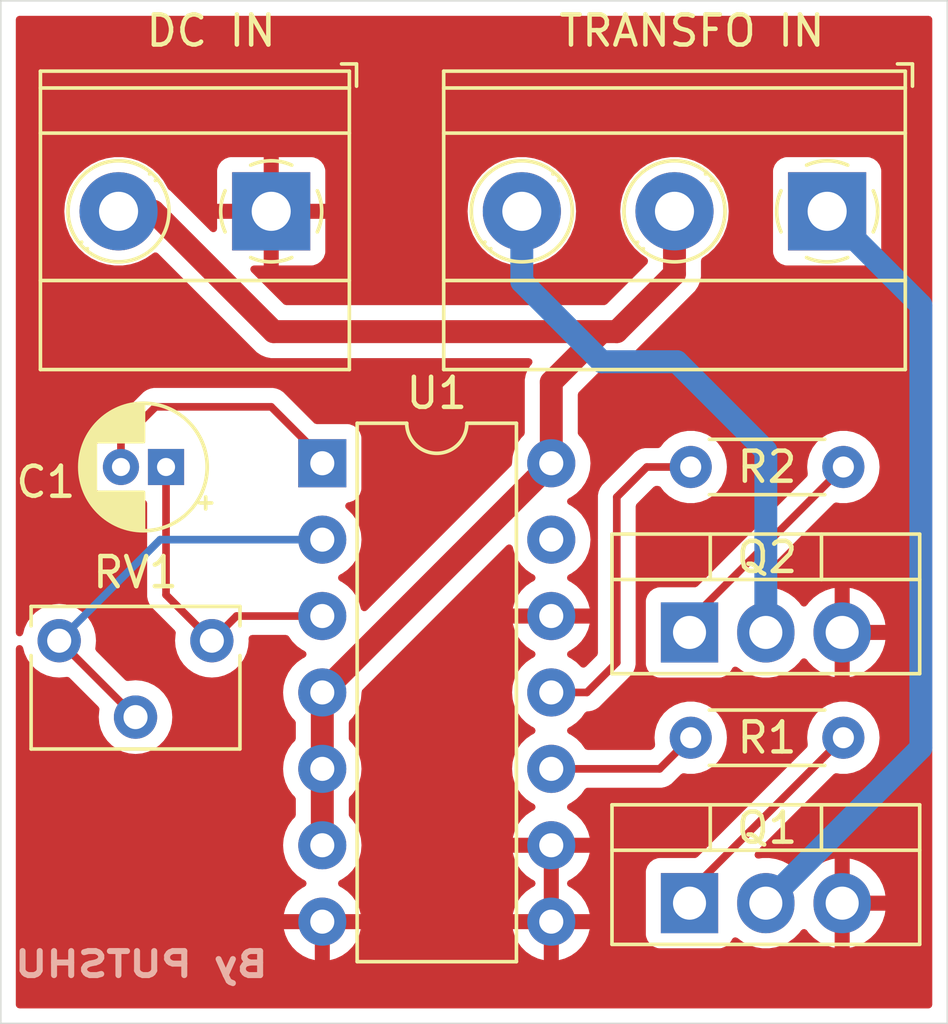
<source format=kicad_pcb>
(kicad_pcb (version 20240108) (generator "pcbnew") (generator_version "8.0")
  (title_block (date "2024-12-29") (rev "v01") (comment 4 "Author: PUTSHU LUNGHE Samuel"))
  (layers (0 "F.Cu" signal) (31 "B.Cu" signal) (34 "B.Paste" user) (35 "F.Paste" user) (36 "B.SilkS" user "B.Silkscreen") (37 "F.SilkS" user "F.Silkscreen") (38 "B.Mask" user) (39 "F.Mask" user) (44 "Edge.Cuts" user))
  (net 0 "")
  (net 1 "Net-(U1-C)")
  (net 2 "Net-(U1-RC_COMMON)")
  (net 3 "Net-(J1-Pin_1)")
  (net 4 "Net-(J1-Pin_3)")
  (net 5 "VCC")
  (net 6 "GND")
  (net 7 "Net-(Q1-G)")
  (net 8 "Net-(Q2-G)")
  (net 9 "Net-(U1-Q)")
  (net 10 "Net-(U1-~{Q})")
  (net 11 "Net-(U1-R)")
  (footprint "Resistor_THT:R_Axial_DIN0204_L3.6mm_D1.6mm_P5.08mm_Horizontal" (layer "F.Cu") (at 145.96 89)
    (property "Reference" "R1" (at 2.54 0 0) (layer "F.SilkS"))
    (property "Value" "100" (hide yes))
    (fp_line (start 0.62 -0.92) (end 4.46 -0.92) (stroke (width 0.12)) (layer "F.SilkS"))
    (fp_line (start 0.62 0.92) (end 4.46 0.92) (stroke (width 0.12)) (layer "F.SilkS"))
    (pad "1" thru_hole circle (at 0 0) (size 1.4 1.4) (drill 0.7) (layers "*.Cu" "*.Mask") (net 9 "Net-(U1-Q)"))
    (pad "2" thru_hole oval (at 5.08 0) (size 1.4 1.4) (drill 0.7) (layers "*.Cu" "*.Mask") (net 7 "Net-(Q1-G)"))
  )
  (footprint "Resistor_THT:R_Axial_DIN0204_L3.6mm_D1.6mm_P5.08mm_Horizontal" (layer "F.Cu") (at 145.96 80)
    (property "Reference" "R2" (at 2.54 0 0) (layer "F.SilkS"))
    (property "Value" "100" (hide yes))
    (fp_line (start 0.62 -0.92) (end 4.46 -0.92) (stroke (width 0.12)) (layer "F.SilkS"))
    (fp_line (start 0.62 0.92) (end 4.46 0.92) (stroke (width 0.12)) (layer "F.SilkS"))
    (pad "1" thru_hole circle (at 0 0) (size 1.4 1.4) (drill 0.7) (layers "*.Cu" "*.Mask") (net 10 "Net-(U1-~{Q})"))
    (pad "2" thru_hole oval (at 5.08 0) (size 1.4 1.4) (drill 0.7) (layers "*.Cu" "*.Mask") (net 8 "Net-(Q2-G)"))
  )
  (footprint "Potentiometer_THT:Potentiometer_Bourns_3266W_Vertical" (layer "F.Cu") (at 130.025 85.775)
    (property "Reference" "RV1" (at -2.54 -2.27 360) (layer "F.SilkS"))
    (property "Value" "22k" (hide yes))
    (fp_line (start -6.015 -1.14) (end -6.015 -0.495) (stroke (width 0.12)) (layer "F.SilkS"))
    (fp_line (start -6.015 -1.14) (end 0.935 -1.14) (stroke (width 0.12)) (layer "F.SilkS"))
    (fp_line (start -6.015 0.495) (end -6.015 3.6) (stroke (width 0.12)) (layer "F.SilkS"))
    (fp_line (start -6.015 3.6) (end 0.935 3.6) (stroke (width 0.12)) (layer "F.SilkS"))
    (fp_line (start 0.935 -1.14) (end 0.935 -0.495) (stroke (width 0.12)) (layer "F.SilkS"))
    (fp_line (start 0.935 0.495) (end 0.935 3.6) (stroke (width 0.12)) (layer "F.SilkS"))
    (pad "1" thru_hole circle (at 0 0) (size 1.44 1.44) (drill 0.8) (layers "*.Cu" "*.Mask") (net 2 "Net-(U1-RC_COMMON)"))
    (pad "2" thru_hole circle (at -2.54 2.54) (size 1.44 1.44) (drill 0.8) (layers "*.Cu" "*.Mask") (net 11 "Net-(U1-R)"))
    (pad "3" thru_hole circle (at -5.08 0) (size 1.44 1.44) (drill 0.8) (layers "*.Cu" "*.Mask") (net 11 "Net-(U1-R)"))
  )
  (footprint "Package_TO_SOT_THT:TO-220-3_Vertical" (layer "F.Cu") (at 145.92 94.5)
    (property "Reference" "Q1" (at 2.58 -2.5 0) (layer "F.SilkS"))
    (property "Value" "IRLZ44N" (hide yes))
    (fp_line (start -2.58 -3.27) (end -2.58 1.371) (stroke (width 0.12)) (layer "F.SilkS"))
    (fp_line (start -2.58 -3.27) (end 7.66 -3.27) (stroke (width 0.12)) (layer "F.SilkS"))
    (fp_line (start -2.58 -1.76) (end 7.66 -1.76) (stroke (width 0.12)) (layer "F.SilkS"))
    (fp_line (start -2.58 1.371) (end 7.66 1.371) (stroke (width 0.12)) (layer "F.SilkS"))
    (fp_line (start 0.69 -3.27) (end 0.69 -1.76) (stroke (width 0.12)) (layer "F.SilkS"))
    (fp_line (start 4.391 -3.27) (end 4.391 -1.76) (stroke (width 0.12)) (layer "F.SilkS"))
    (fp_line (start 7.66 -3.27) (end 7.66 1.371) (stroke (width 0.12)) (layer "F.SilkS"))
    (pad "1" thru_hole rect (at 0 0) (size 1.905 2) (drill 1.1) (layers "*.Cu" "*.Mask") (net 7 "Net-(Q1-G)"))
    (pad "2" thru_hole oval (at 2.54 0) (size 1.905 2) (drill 1.1) (layers "*.Cu" "*.Mask") (net 3 "Net-(J1-Pin_1)"))
    (pad "3" thru_hole oval (at 5.08 0) (size 1.905 2) (drill 1.1) (layers "*.Cu" "*.Mask") (net 6 "GND"))
  )
  (footprint "TerminalBlock_Phoenix:TerminalBlock_Phoenix_MKDS-1,5-2-5.08_1x02_P5.08mm_Horizontal" (layer "F.Cu") (at 132 71.5 180)
    (property "Reference" "DC IN" (at 2 6 0) (layer "F.SilkS"))
    (property "Value" "Screw_Terminal_01x02" (hide yes))
    (fp_line (start 7.68 -5.261) (end 7.68 4.66) (stroke (width 0.12)) (layer "F.SilkS"))
    (fp_line (start 6.355 -1.069) (end 6.308 -1.023) (stroke (width 0.12)) (layer "F.SilkS"))
    (fp_line (start 6.15 -1.275) (end 6.115 -1.239) (stroke (width 0.12)) (layer "F.SilkS"))
    (fp_line (start 4.046 1.239) (end 4.011 1.274) (stroke (width 0.12)) (layer "F.SilkS"))
    (fp_line (start 3.853 1.023) (end 3.806 1.069) (stroke (width 0.12)) (layer "F.SilkS"))
    (fp_line (start -2.6 4.66) (end 7.68 4.66) (stroke (width 0.12)) (layer "F.SilkS"))
    (fp_line (start -2.6 4.1) (end 7.68 4.1) (stroke (width 0.12)) (layer "F.SilkS"))
    (fp_line (start -2.6 2.6) (end 7.68 2.6) (stroke (width 0.12)) (layer "F.SilkS"))
    (fp_line (start -2.6 -2.301) (end 7.68 -2.301) (stroke (width 0.12)) (layer "F.SilkS"))
    (fp_line (start -2.6 -5.261) (end 7.68 -5.261) (stroke (width 0.12)) (layer "F.SilkS"))
    (fp_line (start -2.6 -5.261) (end -2.6 4.66) (stroke (width 0.12)) (layer "F.SilkS"))
    (fp_line (start -2.84 4.9) (end -2.34 4.9) (stroke (width 0.12)) (layer "F.SilkS"))
    (fp_line (start -2.84 4.16) (end -2.84 4.9) (stroke (width 0.12)) (layer "F.SilkS"))
    (fp_arc (start 1.535427 -0.683042) (mid 1.680501 0.000524) (end 1.535 0.684) (stroke (width 0.12)) (layer "F.SilkS"))
    (fp_arc (start 0.683318 1.534756) (mid 0.349292 1.643288) (end 0 1.68) (stroke (width 0.12)) (layer "F.SilkS"))
    (fp_arc (start 0.028805 1.680253) (mid -0.335551 1.646659) (end -0.684 1.535) (stroke (width 0.12)) (layer "F.SilkS"))
    (fp_arc (start -0.683042 -1.535427) (mid 0.000524 -1.680501) (end 0.684 -1.535) (stroke (width 0.12)) (layer "F.SilkS"))
    (fp_arc (start -1.535427 0.683042) (mid -1.680501 -0.000524) (end -1.535 -0.684) (stroke (width 0.12)) (layer "F.SilkS"))
    (fp_circle (center 5.08 0) (end 6.76 0) (stroke (width 0.12)) (fill none) (layer "F.SilkS"))
    (pad "1" thru_hole rect (at 0 0 180) (size 2.6 2.6) (drill 1.3) (layers "*.Cu" "*.Mask") (net 6 "GND"))
    (pad "2" thru_hole circle (at 5.08 0 180) (size 2.6 2.6) (drill 1.3) (layers "*.Cu" "*.Mask") (net 5 "VCC"))
  )
  (footprint "Capacitor_THT:CP_Radial_D4.0mm_P1.50mm" (layer "F.Cu") (at 128.5 80 180)
    (property "Reference" "C1" (at 4 -0.5 360) (layer "F.SilkS"))
    (property "Value" "0.1uF" (hide yes))
    (fp_line (start 2.831 -0.37) (end 2.831 0.37) (stroke (width 0.12)) (layer "F.SilkS"))
    (fp_line (start 2.791 -0.537) (end 2.791 0.537) (stroke (width 0.12)) (layer "F.SilkS"))
    (fp_line (start 2.751 -0.664) (end 2.751 0.664) (stroke (width 0.12)) (layer "F.SilkS"))
    (fp_line (start 2.711 -0.768) (end 2.711 0.768) (stroke (width 0.12)) (layer "F.SilkS"))
    (fp_line (start 2.671 -0.859) (end 2.671 0.859) (stroke (width 0.12)) (layer "F.SilkS"))
    (fp_line (start 2.631 -0.94) (end 2.631 0.94) (stroke (width 0.12)) (layer "F.SilkS"))
    (fp_line (start 2.591 -1.013) (end 2.591 1.013) (stroke (width 0.12)) (layer "F.SilkS"))
    (fp_line (start 2.551 -1.08) (end 2.551 1.08) (stroke (width 0.12)) (layer "F.SilkS"))
    (fp_line (start 2.511 -1.142) (end 2.511 1.142) (stroke (width 0.12)) (layer "F.SilkS"))
    (fp_line (start 2.471 -1.2) (end 2.471 1.2) (stroke (width 0.12)) (layer "F.SilkS"))
    (fp_line (start 2.431 -1.254) (end 2.431 1.254) (stroke (width 0.12)) (layer "F.SilkS"))
    (fp_line (start 2.391 -1.304) (end 2.391 1.304) (stroke (width 0.12)) (layer "F.SilkS"))
    (fp_line (start 2.351 -1.351) (end 2.351 1.351) (stroke (width 0.12)) (layer "F.SilkS"))
    (fp_line (start 2.311 0.84) (end 2.311 1.396) (stroke (width 0.12)) (layer "F.SilkS"))
    (fp_line (start 2.311 -1.396) (end 2.311 -0.84) (stroke (width 0.12)) (layer "F.SilkS"))
    (fp_line (start 2.271 0.84) (end 2.271 1.438) (stroke (width 0.12)) (layer "F.SilkS"))
    (fp_line (start 2.271 -1.438) (end 2.271 -0.84) (stroke (width 0.12)) (layer "F.SilkS"))
    (fp_line (start 2.231 0.84) (end 2.231 1.478) (stroke (width 0.12)) (layer "F.SilkS"))
    (fp_line (start 2.231 -1.478) (end 2.231 -0.84) (stroke (width 0.12)) (layer "F.SilkS"))
    (fp_line (start 2.191 0.84) (end 2.191 1.516) (stroke (width 0.12)) (layer "F.SilkS"))
    (fp_line (start 2.191 -1.516) (end 2.191 -0.84) (stroke (width 0.12)) (layer "F.SilkS"))
    (fp_line (start 2.151 0.84) (end 2.151 1.552) (stroke (width 0.12)) (layer "F.SilkS"))
    (fp_line (start 2.151 -1.552) (end 2.151 -0.84) (stroke (width 0.12)) (layer "F.SilkS"))
    (fp_line (start 2.111 0.84) (end 2.111 1.587) (stroke (width 0.12)) (layer "F.SilkS"))
    (fp_line (start 2.111 -1.587) (end 2.111 -0.84) (stroke (width 0.12)) (layer "F.SilkS"))
    (fp_line (start 2.071 0.84) (end 2.071 1.619) (stroke (width 0.12)) (layer "F.SilkS"))
    (fp_line (start 2.071 -1.619) (end 2.071 -0.84) (stroke (width 0.12)) (layer "F.SilkS"))
    (fp_line (start 2.031 0.84) (end 2.031 1.65) (stroke (width 0.12)) (layer "F.SilkS"))
    (fp_line (start 2.031 -1.65) (end 2.031 -0.84) (stroke (width 0.12)) (layer "F.SilkS"))
    (fp_line (start 1.991 0.84) (end 1.991 1.68) (stroke (width 0.12)) (layer "F.SilkS"))
    (fp_line (start 1.991 -1.68) (end 1.991 -0.84) (stroke (width 0.12)) (layer "F.SilkS"))
    (fp_line (start 1.951 0.84) (end 1.951 1.708) (stroke (width 0.12)) (layer "F.SilkS"))
    (fp_line (start 1.951 -1.708) (end 1.951 -0.84) (stroke (width 0.12)) (layer "F.SilkS"))
    (fp_line (start 1.911 0.84) (end 1.911 1.735) (stroke (width 0.12)) (layer "F.SilkS"))
    (fp_line (start 1.911 -1.735) (end 1.911 -0.84) (stroke (width 0.12)) (layer "F.SilkS"))
    (fp_line (start 1.871 0.84) (end 1.871 1.76) (stroke (width 0.12)) (layer "F.SilkS"))
    (fp_line (start 1.871 -1.76) (end 1.871 -0.84) (stroke (width 0.12)) (layer "F.SilkS"))
    (fp_line (start 1.831 0.84) (end 1.831 1.785) (stroke (width 0.12)) (layer "F.SilkS"))
    (fp_line (start 1.831 -1.785) (end 1.831 -0.84) (stroke (width 0.12)) (layer "F.SilkS"))
    (fp_line (start 1.791 0.84) (end 1.791 1.808) (stroke (width 0.12)) (layer "F.SilkS"))
    (fp_line (start 1.791 -1.808) (end 1.791 -0.84) (stroke (width 0.12)) (layer "F.SilkS"))
    (fp_line (start 1.751 0.84) (end 1.751 1.83) (stroke (width 0.12)) (layer "F.SilkS"))
    (fp_line (start 1.751 -1.83) (end 1.751 -0.84) (stroke (width 0.12)) (layer "F.SilkS"))
    (fp_line (start 1.711 0.84) (end 1.711 1.851) (stroke (width 0.12)) (layer "F.SilkS"))
    (fp_line (start 1.711 -1.851) (end 1.711 -0.84) (stroke (width 0.12)) (layer "F.SilkS"))
    (fp_line (start 1.671 0.84) (end 1.671 1.87) (stroke (width 0.12)) (layer "F.SilkS"))
    (fp_line (start 1.671 -1.87) (end 1.671 -0.84) (stroke (width 0.12)) (layer "F.SilkS"))
    (fp_line (start 1.631 0.84) (end 1.631 1.889) (stroke (width 0.12)) (layer "F.SilkS"))
    (fp_line (start 1.631 -1.889) (end 1.631 -0.84) (stroke (width 0.12)) (layer "F.SilkS"))
    (fp_line (start 1.591 0.84) (end 1.591 1.907) (stroke (width 0.12)) (layer "F.SilkS"))
    (fp_line (start 1.591 -1.907) (end 1.591 -0.84) (stroke (width 0.12)) (layer "F.SilkS"))
    (fp_line (start 1.551 0.84) (end 1.551 1.924) (stroke (width 0.12)) (layer "F.SilkS"))
    (fp_line (start 1.551 -1.924) (end 1.551 -0.84) (stroke (width 0.12)) (layer "F.SilkS"))
    (fp_line (start 1.511 0.84) (end 1.511 1.94) (stroke (width 0.12)) (layer "F.SilkS"))
    (fp_line (start 1.511 -1.94) (end 1.511 -0.84) (stroke (width 0.12)) (layer "F.SilkS"))
    (fp_line (start 1.471 0.84) (end 1.471 1.954) (stroke (width 0.12)) (layer "F.SilkS"))
    (fp_line (start 1.471 -1.954) (end 1.471 -0.84) (stroke (width 0.12)) (layer "F.SilkS"))
    (fp_line (start 1.43 0.84) (end 1.43 1.968) (stroke (width 0.12)) (layer "F.SilkS"))
    (fp_line (start 1.43 -1.968) (end 1.43 -0.84) (stroke (width 0.12)) (layer "F.SilkS"))
    (fp_line (start 1.39 0.84) (end 1.39 1.982) (stroke (width 0.12)) (layer "F.SilkS"))
    (fp_line (start 1.39 -1.982) (end 1.39 -0.84) (stroke (width 0.12)) (layer "F.SilkS"))
    (fp_line (start 1.35 0.84) (end 1.35 1.994) (stroke (width 0.12)) (layer "F.SilkS"))
    (fp_line (start 1.35 -1.994) (end 1.35 -0.84) (stroke (width 0.12)) (layer "F.SilkS"))
    (fp_line (start 1.31 0.84) (end 1.31 2.005) (stroke (width 0.12)) (layer "F.SilkS"))
    (fp_line (start 1.31 -2.005) (end 1.31 -0.84) (stroke (width 0.12)) (layer "F.SilkS"))
    (fp_line (start 1.27 0.84) (end 1.27 2.016) (stroke (width 0.12)) (layer "F.SilkS"))
    (fp_line (start 1.27 -2.016) (end 1.27 -0.84) (stroke (width 0.12)) (layer "F.SilkS"))
    (fp_line (start 1.23 0.84) (end 1.23 2.025) (stroke (width 0.12)) (layer "F.SilkS"))
    (fp_line (start 1.23 -2.025) (end 1.23 -0.84) (stroke (width 0.12)) (layer "F.SilkS"))
    (fp_line (start 1.19 0.84) (end 1.19 2.034) (stroke (width 0.12)) (layer "F.SilkS"))
    (fp_line (start 1.19 -2.034) (end 1.19 -0.84) (stroke (width 0.12)) (layer "F.SilkS"))
    (fp_line (start 1.15 0.84) (end 1.15 2.042) (stroke (width 0.12)) (layer "F.SilkS"))
    (fp_line (start 1.15 -2.042) (end 1.15 -0.84) (stroke (width 0.12)) (layer "F.SilkS"))
    (fp_line (start 1.11 0.84) (end 1.11 2.05) (stroke (width 0.12)) (layer "F.SilkS"))
    (fp_line (start 1.11 -2.05) (end 1.11 -0.84) (stroke (width 0.12)) (layer "F.SilkS"))
    (fp_line (start 1.07 0.84) (end 1.07 2.056) (stroke (width 0.12)) (layer "F.SilkS"))
    (fp_line (start 1.07 -2.056) (end 1.07 -0.84) (stroke (width 0.12)) (layer "F.SilkS"))
    (fp_line (start 1.03 0.84) (end 1.03 2.062) (stroke (width 0.12)) (layer "F.SilkS"))
    (fp_line (start 1.03 -2.062) (end 1.03 -0.84) (stroke (width 0.12)) (layer "F.SilkS"))
    (fp_line (start 0.99 0.84) (end 0.99 2.067) (stroke (width 0.12)) (layer "F.SilkS"))
    (fp_line (start 0.99 -2.067) (end 0.99 -0.84) (stroke (width 0.12)) (layer "F.SilkS"))
    (fp_line (start 0.95 0.84) (end 0.95 2.071) (stroke (width 0.12)) (layer "F.SilkS"))
    (fp_line (start 0.95 -2.071) (end 0.95 -0.84) (stroke (width 0.12)) (layer "F.SilkS"))
    (fp_line (start 0.91 0.84) (end 0.91 2.074) (stroke (width 0.12)) (layer "F.SilkS"))
    (fp_line (start 0.91 -2.074) (end 0.91 -0.84) (stroke (width 0.12)) (layer "F.SilkS"))
    (fp_line (start 0.87 0.84) (end 0.87 2.077) (stroke (width 0.12)) (layer "F.SilkS"))
    (fp_line (start 0.87 -2.077) (end 0.87 -0.84) (stroke (width 0.12)) (layer "F.SilkS"))
    (fp_line (start 0.83 0.84) (end 0.83 2.079) (stroke (width 0.12)) (layer "F.SilkS"))
    (fp_line (start 0.83 -2.079) (end 0.83 -0.84) (stroke (width 0.12)) (layer "F.SilkS"))
    (fp_line (start 0.79 0.84) (end 0.79 2.08) (stroke (width 0.12)) (layer "F.SilkS"))
    (fp_line (start 0.79 -2.08) (end 0.79 -0.84) (stroke (width 0.12)) (layer "F.SilkS"))
    (fp_line (start 0.75 0.84) (end 0.75 2.08) (stroke (width 0.12)) (layer "F.SilkS"))
    (fp_line (start 0.75 -2.08) (end 0.75 -0.84) (stroke (width 0.12)) (layer "F.SilkS"))
    (fp_line (start -1.319801 -1.395) (end -1.319801 -0.995) (stroke (width 0.12)) (layer "F.SilkS"))
    (fp_line (start -1.519801 -1.195) (end -1.119801 -1.195) (stroke (width 0.12)) (layer "F.SilkS"))
    (fp_circle (center 0.75 0) (end 2.87 0) (stroke (width 0.12)) (fill none) (layer "F.SilkS"))
    (pad "1" thru_hole rect (at 0 0 180) (size 1.2 1.2) (drill 0.6) (layers "*.Cu" "*.Mask") (net 2 "Net-(U1-RC_COMMON)"))
    (pad "2" thru_hole circle (at 1.5 0 180) (size 1.2 1.2) (drill 0.6) (layers "*.Cu" "*.Mask") (net 1 "Net-(U1-C)"))
  )
  (footprint "Package_DIP:DIP-14_W7.62mm" (layer "F.Cu") (at 133.7 79.875)
    (property "Reference" "U1" (at 3.81 -2.33 0) (layer "F.SilkS"))
    (property "Value" "4047")
    (fp_line (start 1.16 -1.33) (end 1.16 16.57) (stroke (width 0.12)) (layer "F.SilkS"))
    (fp_line (start 1.16 16.57) (end 6.46 16.57) (stroke (width 0.12)) (layer "F.SilkS"))
    (fp_line (start 2.81 -1.33) (end 1.16 -1.33) (stroke (width 0.12)) (layer "F.SilkS"))
    (fp_line (start 6.46 -1.33) (end 4.81 -1.33) (stroke (width 0.12)) (layer "F.SilkS"))
    (fp_line (start 6.46 16.57) (end 6.46 -1.33) (stroke (width 0.12)) (layer "F.SilkS"))
    (fp_arc (start 4.81 -1.33) (mid 3.81 -0.33) (end 2.81 -1.33) (stroke (width 0.12)) (layer "F.SilkS"))
    (pad "1" thru_hole rect (at 0 0) (size 1.6 1.6) (drill 0.8) (layers "*.Cu" "*.Mask") (net 1 "Net-(U1-C)"))
    (pad "2" thru_hole oval (at 0 2.54) (size 1.6 1.6) (drill 0.8) (layers "*.Cu" "*.Mask") (net 11 "Net-(U1-R)"))
    (pad "3" thru_hole oval (at 0 5.08) (size 1.6 1.6) (drill 0.8) (layers "*.Cu" "*.Mask") (net 2 "Net-(U1-RC_COMMON)"))
    (pad "4" thru_hole oval (at 0 7.62) (size 1.6 1.6) (drill 0.8) (layers "*.Cu" "*.Mask") (net 5 "VCC"))
    (pad "5" thru_hole oval (at 0 10.16) (size 1.6 1.6) (drill 0.8) (layers "*.Cu" "*.Mask") (net 5 "VCC"))
    (pad "6" thru_hole oval (at 0 12.7) (size 1.6 1.6) (drill 0.8) (layers "*.Cu" "*.Mask") (net 5 "VCC"))
    (pad "7" thru_hole oval (at 0 15.24) (size 1.6 1.6) (drill 0.8) (layers "*.Cu" "*.Mask") (net 6 "GND"))
    (pad "8" thru_hole oval (at 7.62 15.24) (size 1.6 1.6) (drill 0.8) (layers "*.Cu" "*.Mask") (net 6 "GND"))
    (pad "9" thru_hole oval (at 7.62 12.7) (size 1.6 1.6) (drill 0.8) (layers "*.Cu" "*.Mask") (net 6 "GND"))
    (pad "10" thru_hole oval (at 7.62 10.16) (size 1.6 1.6) (drill 0.8) (layers "*.Cu" "*.Mask") (net 9 "Net-(U1-Q)"))
    (pad "11" thru_hole oval (at 7.62 7.62) (size 1.6 1.6) (drill 0.8) (layers "*.Cu" "*.Mask") (net 10 "Net-(U1-~{Q})"))
    (pad "12" thru_hole oval (at 7.62 5.08) (size 1.6 1.6) (drill 0.8) (layers "*.Cu" "*.Mask") (net 6 "GND"))
    (pad "13" thru_hole oval (at 7.62 2.54) (size 1.6 1.6) (drill 0.8) (layers "*.Cu" "*.Mask"))
    (pad "14" thru_hole oval (at 7.62 0) (size 1.6 1.6) (drill 0.8) (layers "*.Cu" "*.Mask") (net 5 "VCC"))
  )
  (footprint "Package_TO_SOT_THT:TO-220-3_Vertical" (layer "F.Cu") (at 145.92 85.5)
    (property "Reference" "Q2" (at 2.58 -2.5 0) (layer "F.SilkS"))
    (property "Value" "IRLZ44N" (hide yes))
    (fp_line (start -2.58 -3.27) (end -2.58 1.371) (stroke (width 0.12)) (layer "F.SilkS"))
    (fp_line (start -2.58 -3.27) (end 7.66 -3.27) (stroke (width 0.12)) (layer "F.SilkS"))
    (fp_line (start -2.58 -1.76) (end 7.66 -1.76) (stroke (width 0.12)) (layer "F.SilkS"))
    (fp_line (start -2.58 1.371) (end 7.66 1.371) (stroke (width 0.12)) (layer "F.SilkS"))
    (fp_line (start 0.69 -3.27) (end 0.69 -1.76) (stroke (width 0.12)) (layer "F.SilkS"))
    (fp_line (start 4.391 -3.27) (end 4.391 -1.76) (stroke (width 0.12)) (layer "F.SilkS"))
    (fp_line (start 7.66 -3.27) (end 7.66 1.371) (stroke (width 0.12)) (layer "F.SilkS"))
    (pad "1" thru_hole rect (at 0 0) (size 1.905 2) (drill 1.1) (layers "*.Cu" "*.Mask") (net 8 "Net-(Q2-G)"))
    (pad "2" thru_hole oval (at 2.54 0) (size 1.905 2) (drill 1.1) (layers "*.Cu" "*.Mask") (net 4 "Net-(J1-Pin_3)"))
    (pad "3" thru_hole oval (at 5.08 0) (size 1.905 2) (drill 1.1) (layers "*.Cu" "*.Mask") (net 6 "GND"))
  )
  (footprint "TerminalBlock_Phoenix:TerminalBlock_Phoenix_MKDS-1,5-3-5.08_1x03_P5.08mm_Horizontal" (layer "F.Cu") (at 150.5 71.5 180)
    (property "Reference" "TRANSFO IN" (at 4.5 6 0) (layer "F.SilkS"))
    (property "Value" "Screw_Terminal_01x03" (hide yes))
    (fp_line (start 12.76 -5.261) (end 12.76 4.66) (stroke (width 0.12)) (layer "F.SilkS"))
    (fp_line (start 11.435 -1.069) (end 11.388 -1.023) (stroke (width 0.12)) (layer "F.SilkS"))
    (fp_line (start 11.23 -1.275) (end 11.195 -1.239) (stroke (width 0.12)) (layer "F.SilkS"))
    (fp_line (start 9.126 1.239) (end 9.091 1.274) (stroke (width 0.12)) (layer "F.SilkS"))
    (fp_line (start 8.933 1.023) (end 8.886 1.069) (stroke (width 0.12)) (layer "F.SilkS"))
    (fp_line (start 6.355 -1.069) (end 6.308 -1.023) (stroke (width 0.12)) (layer "F.SilkS"))
    (fp_line (start 6.15 -1.275) (end 6.115 -1.239) (stroke (width 0.12)) (layer "F.SilkS"))
    (fp_line (start 4.046 1.239) (end 4.011 1.274) (stroke (width 0.12)) (layer "F.SilkS"))
    (fp_line (start 3.853 1.023) (end 3.806 1.069) (stroke (width 0.12)) (layer "F.SilkS"))
    (fp_line (start -2.6 4.66) (end 12.76 4.66) (stroke (width 0.12)) (layer "F.SilkS"))
    (fp_line (start -2.6 4.1) (end 12.76 4.1) (stroke (width 0.12)) (layer "F.SilkS"))
    (fp_line (start -2.6 2.6) (end 12.76 2.6) (stroke (width 0.12)) (layer "F.SilkS"))
    (fp_line (start -2.6 -2.301) (end 12.76 -2.301) (stroke (width 0.12)) (layer "F.SilkS"))
    (fp_line (start -2.6 -5.261) (end 12.76 -5.261) (stroke (width 0.12)) (layer "F.SilkS"))
    (fp_line (start -2.6 -5.261) (end -2.6 4.66) (stroke (width 0.12)) (layer "F.SilkS"))
    (fp_line (start -2.84 4.9) (end -2.34 4.9) (stroke (width 0.12)) (layer "F.SilkS"))
    (fp_line (start -2.84 4.16) (end -2.84 4.9) (stroke (width 0.12)) (layer "F.SilkS"))
    (fp_arc (start 1.535427 -0.683042) (mid 1.680501 0.000524) (end 1.535 0.684) (stroke (width 0.12)) (layer "F.SilkS"))
    (fp_arc (start 0.683318 1.534756) (mid 0.349292 1.643288) (end 0 1.68) (stroke (width 0.12)) (layer "F.SilkS"))
    (fp_arc (start 0.028805 1.680253) (mid -0.335551 1.646659) (end -0.684 1.535) (stroke (width 0.12)) (layer "F.SilkS"))
    (fp_arc (start -0.683042 -1.535427) (mid 0.000524 -1.680501) (end 0.684 -1.535) (stroke (width 0.12)) (layer "F.SilkS"))
    (fp_arc (start -1.535427 0.683042) (mid -1.680501 -0.000524) (end -1.535 -0.684) (stroke (width 0.12)) (layer "F.SilkS"))
    (fp_circle (center 10.16 0) (end 11.84 0) (stroke (width 0.12)) (fill none) (layer "F.SilkS"))
    (fp_circle (center 5.08 0) (end 6.76 0) (stroke (width 0.12)) (fill none) (layer "F.SilkS"))
    (pad "1" thru_hole rect (at 0 0 180) (size 2.6 2.6) (drill 1.3) (layers "*.Cu" "*.Mask") (net 3 "Net-(J1-Pin_1)"))
    (pad "2" thru_hole circle (at 5.08 0 180) (size 2.6 2.6) (drill 1.3) (layers "*.Cu" "*.Mask") (net 5 "VCC"))
    (pad "3" thru_hole circle (at 10.16 0 180) (size 2.6 2.6) (drill 1.3) (layers "*.Cu" "*.Mask") (net 4 "Net-(J1-Pin_3)"))
  )
  (gr_rect (start 123 64.5) (end 154.5 98.5) (stroke (width 0.05)) (fill none) (layer "Edge.Cuts"))
  (gr_text "By PUTSHU" (at 132 97 0) (layer "B.SilkS") (effects (font (size 0.8 1) (thickness 0.2) (bold yes)) (justify left bottom mirror)))
  (segment (start 133.7 79.7) (end 133.7 79.875) (width 0.254) (layer "F.Cu") (net 1))
  (segment (start 128.151472 78) (end 132 78) (width 0.254) (layer "F.Cu") (net 1))
  (segment (start 127 79.151472) (end 128.151472 78) (width 0.254) (layer "F.Cu") (net 1))
  (segment (start 127 80) (end 127 79.151472) (width 0.254) (layer "F.Cu") (net 1))
  (segment (start 132 78) (end 133.7 79.7) (width 0.254) (layer "F.Cu") (net 1))
  (segment (start 133.7 84.955) (end 130.845 84.955) (width 0.254) (layer "F.Cu") (net 2))
  (segment (start 128.5 80) (end 128.745 80) (width 0.254) (layer "F.Cu") (net 2))
  (segment (start 128.5 84.25) (end 130.025 85.775) (width 0.254) (layer "F.Cu") (net 2))
  (segment (start 128.5 80) (end 128.5 84.25) (width 0.254) (layer "F.Cu") (net 2))
  (segment (start 130.845 84.955) (end 130.025 85.775) (width 0.254) (layer "F.Cu") (net 2))
  (segment (start 153.619 89.341) (end 153.619 74.619) (width 0.762) (layer "B.Cu") (net 3))
  (segment (start 148.46 94.5) (end 153.619 89.341) (width 0.762) (layer "B.Cu") (net 3))
  (segment (start 153.619 74.619) (end 150.5 71.5) (width 0.762) (layer "B.Cu") (net 3))
  (segment (start 148.46 85.5) (end 148.46 79.46) (width 0.762) (layer "B.Cu") (net 4))
  (segment (start 145.5 76.5) (end 143 76.5) (width 0.762) (layer "B.Cu") (net 4))
  (segment (start 148.46 79.46) (end 145.5 76.5) (width 0.762) (layer "B.Cu") (net 4))
  (segment (start 143 76.5) (end 140.34 73.84) (width 0.762) (layer "B.Cu") (net 4))
  (segment (start 140.34 73.84) (end 140.34 71.5) (width 0.762) (layer "B.Cu") (net 4))
  (segment (start 128.081 71.5) (end 132.081 75.5) (width 0.762) (layer "F.Cu") (net 5))
  (segment (start 133.7 87.495) (end 133.7 90.035) (width 0.762) (layer "F.Cu") (net 5))
  (segment (start 143.5 75.5) (end 145.42 73.58) (width 0.762) (layer "F.Cu") (net 5))
  (segment (start 145.42 73.58) (end 145.42 71.5) (width 0.762) (layer "F.Cu") (net 5))
  (segment (start 141.32 79.875) (end 141.32 77.18) (width 0.762) (layer "F.Cu") (net 5))
  (segment (start 143 75.5) (end 143.5 75.5) (width 0.762) (layer "F.Cu") (net 5))
  (segment (start 133.7 87.495) (end 141.32 79.875) (width 0.762) (layer "F.Cu") (net 5))
  (segment (start 141.32 77.18) (end 143 75.5) (width 0.762) (layer "F.Cu") (net 5))
  (segment (start 133.7 90.035) (end 133.7 92.575) (width 0.762) (layer "F.Cu") (net 5))
  (segment (start 132.081 75.5) (end 143 75.5) (width 0.762) (layer "F.Cu") (net 5))
  (segment (start 126.92 71.5) (end 128.081 71.5) (width 0.762) (layer "F.Cu") (net 5))
  (segment (start 145.92 94.12) (end 151.04 89) (width 0.254) (layer "F.Cu") (net 7))
  (segment (start 145.92 94.5) (end 145.92 94.12) (width 0.254) (layer "F.Cu") (net 7))
  (segment (start 145.92 85.12) (end 145.92 85.5) (width 0.254) (layer "F.Cu") (net 8))
  (segment (start 151.04 80) (end 145.92 85.12) (width 0.254) (layer "F.Cu") (net 8))
  (segment (start 145.96 89) (end 144.925 90.035) (width 0.254) (layer "F.Cu") (net 9))
  (segment (start 144.925 90.035) (end 141.32 90.035) (width 0.254) (layer "F.Cu") (net 9))
  (segment (start 144.5 80) (end 143.5 81) (width 0.254) (layer "F.Cu") (net 10))
  (segment (start 145.96 80) (end 144.5 80) (width 0.254) (layer "F.Cu") (net 10))
  (segment (start 143.5 86.5) (end 142.505 87.495) (width 0.254) (layer "F.Cu") (net 10))
  (segment (start 143.5 81) (end 143.5 86.5) (width 0.254) (layer "F.Cu") (net 10))
  (segment (start 142.505 87.495) (end 141.32 87.495) (width 0.254) (layer "F.Cu") (net 10))
  (segment (start 124.945 85.775) (end 127.485 88.315) (width 0.254) (layer "F.Cu") (net 11))
  (segment (start 128.305 82.415) (end 124.945 85.775) (width 0.254) (layer "B.Cu") (net 11))
  (segment (start 133.7 82.415) (end 128.305 82.415) (width 0.254) (layer "B.Cu") (net 11))
  (zone (net 6) (net_name "GND") (layer "F.Cu") (connect_pads (clearance 0.5)) (min_thickness 0.25) (fill yes (thermal_gap 0.5) (thermal_bridge_width 0.5))
    (polygon (pts (xy 123 64.5) (xy 154.5 64.5) (xy 154.5 98.5) (xy 123 98.5)))
  )
)
</source>
